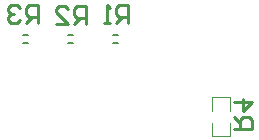
<source format=gbo>
G04 Layer_Color=32896*
%FSLAX24Y24*%
%MOIN*%
G70*
G01*
G75*
%ADD27C,0.0079*%
%ADD29C,0.0100*%
%ADD43C,0.0020*%
G54D27*
X-5579Y1638D02*
X-5421D01*
X-5579Y1362D02*
X-5421D01*
X-4079D02*
X-3921D01*
X-4079Y1638D02*
X-3921D01*
X-2579D02*
X-2421D01*
X-2579Y1362D02*
X-2421D01*
G54D29*
X1425Y-1505D02*
X2025D01*
Y-1205D01*
X1925Y-1105D01*
X1725D01*
X1625Y-1205D01*
Y-1505D01*
Y-1305D02*
X1425Y-1105D01*
Y-605D02*
X2025D01*
X1725Y-905D01*
Y-505D01*
X-5105Y2035D02*
Y2635D01*
X-5405D01*
X-5505Y2535D01*
Y2335D01*
X-5405Y2235D01*
X-5105D01*
X-5305D02*
X-5505Y2035D01*
X-5705Y2535D02*
X-5805Y2635D01*
X-6005D01*
X-6105Y2535D01*
Y2435D01*
X-6005Y2335D01*
X-5905D01*
X-6005D01*
X-6105Y2235D01*
Y2135D01*
X-6005Y2035D01*
X-5805D01*
X-5705Y2135D01*
X-3500Y2000D02*
Y2600D01*
X-3800D01*
X-3900Y2500D01*
Y2300D01*
X-3800Y2200D01*
X-3500D01*
X-3700D02*
X-3900Y2000D01*
X-4500D02*
X-4100D01*
X-4500Y2400D01*
Y2500D01*
X-4400Y2600D01*
X-4200D01*
X-4100Y2500D01*
X-2105Y2035D02*
Y2635D01*
X-2405D01*
X-2505Y2535D01*
Y2335D01*
X-2405Y2235D01*
X-2105D01*
X-2305D02*
X-2505Y2035D01*
X-2705D02*
X-2905D01*
X-2805D01*
Y2635D01*
X-2705Y2535D01*
G54D43*
X1300Y-1750D02*
Y-1300D01*
X700Y-1750D02*
X1300D01*
X700Y-900D02*
Y-450D01*
X1300D01*
Y-900D02*
Y-450D01*
X700Y-1750D02*
Y-1300D01*
M02*

</source>
